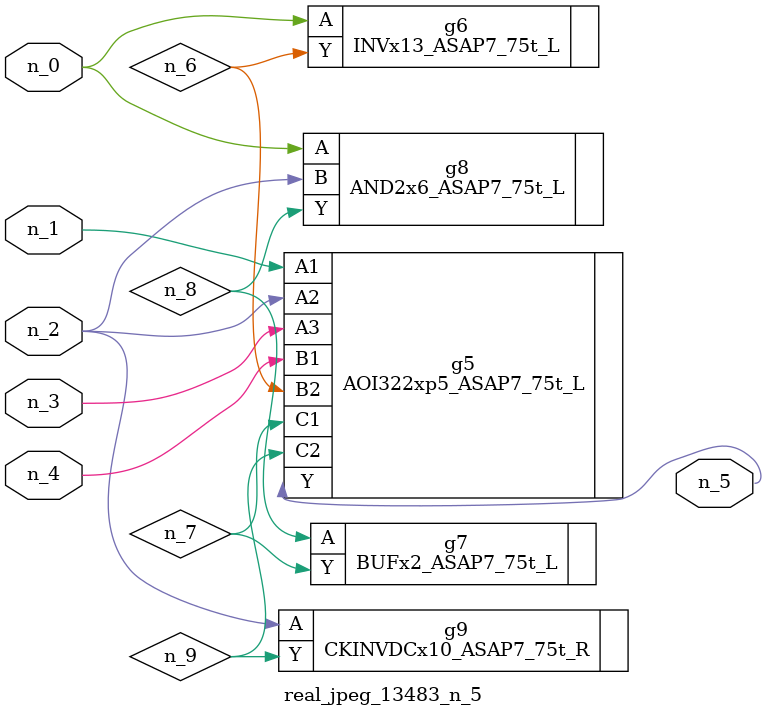
<source format=v>
module real_jpeg_13483_n_5 (n_4, n_0, n_1, n_2, n_3, n_5);

input n_4;
input n_0;
input n_1;
input n_2;
input n_3;

output n_5;

wire n_8;
wire n_6;
wire n_7;
wire n_9;

INVx13_ASAP7_75t_L g6 ( 
.A(n_0),
.Y(n_6)
);

AND2x6_ASAP7_75t_L g8 ( 
.A(n_0),
.B(n_2),
.Y(n_8)
);

AOI322xp5_ASAP7_75t_L g5 ( 
.A1(n_1),
.A2(n_2),
.A3(n_3),
.B1(n_4),
.B2(n_6),
.C1(n_7),
.C2(n_9),
.Y(n_5)
);

CKINVDCx10_ASAP7_75t_R g9 ( 
.A(n_2),
.Y(n_9)
);

BUFx2_ASAP7_75t_L g7 ( 
.A(n_8),
.Y(n_7)
);


endmodule
</source>
